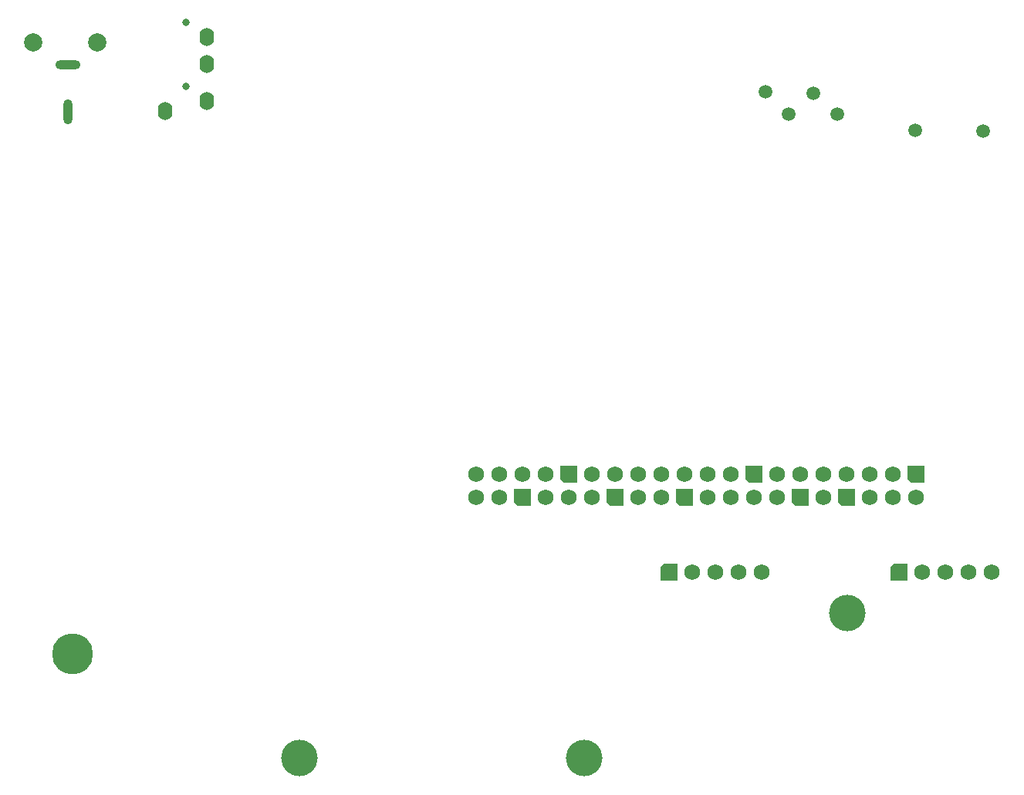
<source format=gbs>
%TF.GenerationSoftware,KiCad,Pcbnew,(6.0.4)*%
%TF.CreationDate,2022-07-25T21:25:33-05:00*%
%TF.ProjectId,SchiitBox,53636869-6974-4426-9f78-2e6b69636164,rev?*%
%TF.SameCoordinates,Original*%
%TF.FileFunction,Soldermask,Bot*%
%TF.FilePolarity,Negative*%
%FSLAX46Y46*%
G04 Gerber Fmt 4.6, Leading zero omitted, Abs format (unit mm)*
G04 Created by KiCad (PCBNEW (6.0.4)) date 2022-07-25 21:25:33*
%MOMM*%
%LPD*%
G01*
G04 APERTURE LIST*
G04 Aperture macros list*
%AMOutline5P*
0 Free polygon, 5 corners , with rotation*
0 The origin of the aperture is its center*
0 number of corners: always 5*
0 $1 to $10 corner X, Y*
0 $11 Rotation angle, in degrees counterclockwise*
0 create outline with 5 corners*
4,1,5,$1,$2,$3,$4,$5,$6,$7,$8,$9,$10,$1,$2,$11*%
%AMOutline6P*
0 Free polygon, 6 corners , with rotation*
0 The origin of the aperture is its center*
0 number of corners: always 6*
0 $1 to $12 corner X, Y*
0 $13 Rotation angle, in degrees counterclockwise*
0 create outline with 6 corners*
4,1,6,$1,$2,$3,$4,$5,$6,$7,$8,$9,$10,$11,$12,$1,$2,$13*%
%AMOutline7P*
0 Free polygon, 7 corners , with rotation*
0 The origin of the aperture is its center*
0 number of corners: always 7*
0 $1 to $14 corner X, Y*
0 $15 Rotation angle, in degrees counterclockwise*
0 create outline with 7 corners*
4,1,7,$1,$2,$3,$4,$5,$6,$7,$8,$9,$10,$11,$12,$13,$14,$1,$2,$15*%
%AMOutline8P*
0 Free polygon, 8 corners , with rotation*
0 The origin of the aperture is its center*
0 number of corners: always 8*
0 $1 to $16 corner X, Y*
0 $17 Rotation angle, in degrees counterclockwise*
0 create outline with 8 corners*
4,1,8,$1,$2,$3,$4,$5,$6,$7,$8,$9,$10,$11,$12,$13,$14,$15,$16,$1,$2,$17*%
G04 Aperture macros list end*
%ADD10C,1.752600*%
%ADD11C,4.000000*%
%ADD12C,1.500000*%
%ADD13C,4.500000*%
%ADD14C,0.800000*%
%ADD15O,1.600000X2.000000*%
%ADD16C,2.000000*%
%ADD17O,1.000000X2.750000*%
%ADD18O,2.750000X1.000000*%
%ADD19Outline5P,-0.900000X0.540000X-0.540000X0.900000X0.900000X0.900000X0.900000X-0.900000X-0.900000X-0.900000X0.000000*%
%ADD20Outline5P,-0.900000X0.900000X0.900000X0.900000X0.900000X-0.900000X-0.540000X-0.900000X-0.900000X-0.540000X0.000000*%
G04 APERTURE END LIST*
D10*
%TO.C,*%
X133860000Y-82000000D03*
%TD*%
D11*
%TO.C,*%
X118000000Y-86500000D03*
%TD*%
D12*
%TO.C,*%
X132950000Y-33550000D03*
%TD*%
D11*
%TO.C,*%
X89200000Y-102400000D03*
%TD*%
D12*
%TO.C,*%
X114300000Y-29400000D03*
%TD*%
D10*
%TO.C,*%
X131320000Y-82000000D03*
%TD*%
D13*
%TO.C,*%
X33000000Y-91000000D03*
%TD*%
D14*
%TO.C,J1*%
X45500000Y-21650000D03*
X45500000Y-28650000D03*
D15*
X47800000Y-26250000D03*
X47800000Y-23250000D03*
X43200000Y-31350000D03*
X47800000Y-30250000D03*
%TD*%
D10*
%TO.C,*%
X101040000Y-82000000D03*
%TD*%
%TO.C,*%
X108660000Y-82000000D03*
%TD*%
D12*
%TO.C,*%
X109050000Y-29300000D03*
%TD*%
D16*
%TO.C,REF\u002A\u002A*%
X35750000Y-23825000D03*
X28750000Y-23825000D03*
D17*
X32500000Y-31500000D03*
D18*
X32500000Y-26300000D03*
%TD*%
D10*
%TO.C,*%
X126240000Y-82000000D03*
%TD*%
D12*
%TO.C,*%
X125450000Y-33500000D03*
%TD*%
%TO.C,*%
X111600000Y-31700000D03*
%TD*%
D11*
%TO.C,*%
X57900000Y-102400000D03*
%TD*%
D10*
%TO.C,*%
X103580000Y-82000000D03*
%TD*%
D19*
%TO.C,*%
X98500000Y-82000000D03*
%TD*%
D12*
%TO.C,*%
X116950000Y-31700000D03*
%TD*%
D10*
%TO.C,*%
X128780000Y-82000000D03*
%TD*%
D19*
%TO.C,*%
X123700000Y-82000000D03*
%TD*%
D10*
%TO.C,*%
X106120000Y-82000000D03*
%TD*%
%TO.C,REF\u002A\u002A*%
X105240000Y-71300000D03*
X92540000Y-71300000D03*
X102700000Y-71300000D03*
X90000000Y-71300000D03*
X95080000Y-71300000D03*
X100160000Y-71300000D03*
X77300000Y-71300000D03*
X79840000Y-71300000D03*
X82380000Y-71300000D03*
X102700000Y-73800000D03*
X97620000Y-71300000D03*
X105240000Y-73800000D03*
X84920000Y-71300000D03*
X84920000Y-73800000D03*
X107780000Y-73800000D03*
X87460000Y-73800000D03*
X110320000Y-73800000D03*
X90000000Y-73800000D03*
X110320000Y-71300000D03*
X112860000Y-71300000D03*
X115400000Y-73800000D03*
X115400000Y-71300000D03*
X95080000Y-73800000D03*
X117940000Y-71300000D03*
X97620000Y-73800000D03*
X120480000Y-71300000D03*
X120480000Y-73800000D03*
X123020000Y-73800000D03*
X123020000Y-71300000D03*
X125560000Y-73800000D03*
D20*
X87460000Y-71300000D03*
X125560000Y-71300000D03*
X117940000Y-73800000D03*
X100160000Y-73800000D03*
X107780000Y-71300000D03*
X92540000Y-73800000D03*
X112860000Y-73800000D03*
X82380000Y-73800000D03*
D10*
X77300000Y-73800000D03*
X79840000Y-73800000D03*
%TD*%
M02*

</source>
